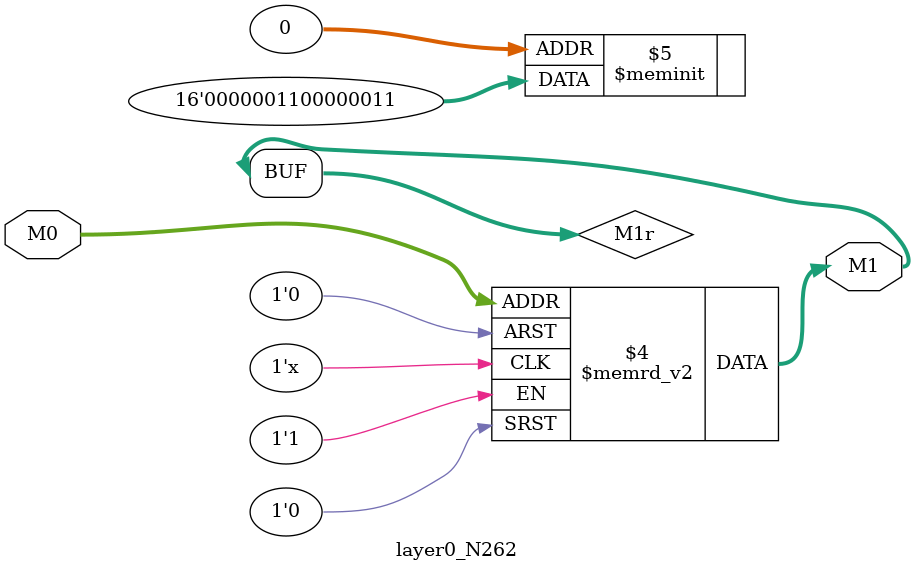
<source format=v>
module layer0_N262 ( input [2:0] M0, output [1:0] M1 );

	(*rom_style = "distributed" *) reg [1:0] M1r;
	assign M1 = M1r;
	always @ (M0) begin
		case (M0)
			3'b000: M1r = 2'b11;
			3'b100: M1r = 2'b11;
			3'b010: M1r = 2'b00;
			3'b110: M1r = 2'b00;
			3'b001: M1r = 2'b00;
			3'b101: M1r = 2'b00;
			3'b011: M1r = 2'b00;
			3'b111: M1r = 2'b00;

		endcase
	end
endmodule

</source>
